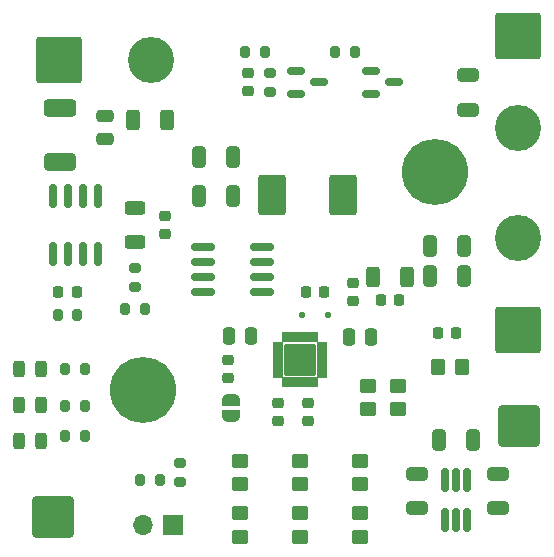
<source format=gts>
%TF.GenerationSoftware,KiCad,Pcbnew,8.0.2*%
%TF.CreationDate,2024-05-28T03:04:17+03:00*%
%TF.ProjectId,ups,7570732e-6b69-4636-9164-5f7063625858,rev?*%
%TF.SameCoordinates,Original*%
%TF.FileFunction,Soldermask,Top*%
%TF.FilePolarity,Negative*%
%FSLAX46Y46*%
G04 Gerber Fmt 4.6, Leading zero omitted, Abs format (unit mm)*
G04 Created by KiCad (PCBNEW 8.0.2) date 2024-05-28 03:04:17*
%MOMM*%
%LPD*%
G01*
G04 APERTURE LIST*
G04 Aperture macros list*
%AMRoundRect*
0 Rectangle with rounded corners*
0 $1 Rounding radius*
0 $2 $3 $4 $5 $6 $7 $8 $9 X,Y pos of 4 corners*
0 Add a 4 corners polygon primitive as box body*
4,1,4,$2,$3,$4,$5,$6,$7,$8,$9,$2,$3,0*
0 Add four circle primitives for the rounded corners*
1,1,$1+$1,$2,$3*
1,1,$1+$1,$4,$5*
1,1,$1+$1,$6,$7*
1,1,$1+$1,$8,$9*
0 Add four rect primitives between the rounded corners*
20,1,$1+$1,$2,$3,$4,$5,0*
20,1,$1+$1,$4,$5,$6,$7,0*
20,1,$1+$1,$6,$7,$8,$9,0*
20,1,$1+$1,$8,$9,$2,$3,0*%
%AMFreePoly0*
4,1,19,0.500000,-0.750000,0.000000,-0.750000,0.000000,-0.744911,-0.071157,-0.744911,-0.207708,-0.704816,-0.327430,-0.627875,-0.420627,-0.520320,-0.479746,-0.390866,-0.500000,-0.250000,-0.500000,0.250000,-0.479746,0.390866,-0.420627,0.520320,-0.327430,0.627875,-0.207708,0.704816,-0.071157,0.744911,0.000000,0.744911,0.000000,0.750000,0.500000,0.750000,0.500000,-0.750000,0.500000,-0.750000,
$1*%
%AMFreePoly1*
4,1,19,0.000000,0.744911,0.071157,0.744911,0.207708,0.704816,0.327430,0.627875,0.420627,0.520320,0.479746,0.390866,0.500000,0.250000,0.500000,-0.250000,0.479746,-0.390866,0.420627,-0.520320,0.327430,-0.627875,0.207708,-0.704816,0.071157,-0.744911,0.000000,-0.744911,0.000000,-0.750000,-0.500000,-0.750000,-0.500000,0.750000,0.000000,0.750000,0.000000,0.744911,0.000000,0.744911,
$1*%
G04 Aperture macros list end*
%ADD10RoundRect,0.150000X0.150000X-0.825000X0.150000X0.825000X-0.150000X0.825000X-0.150000X-0.825000X0*%
%ADD11RoundRect,0.200000X-0.200000X-0.275000X0.200000X-0.275000X0.200000X0.275000X-0.200000X0.275000X0*%
%ADD12RoundRect,0.250000X-0.325000X-0.650000X0.325000X-0.650000X0.325000X0.650000X-0.325000X0.650000X0*%
%ADD13RoundRect,0.250000X0.450000X-0.350000X0.450000X0.350000X-0.450000X0.350000X-0.450000X-0.350000X0*%
%ADD14RoundRect,0.162500X-0.162500X0.837500X-0.162500X-0.837500X0.162500X-0.837500X0.162500X0.837500X0*%
%ADD15RoundRect,0.250000X0.350000X0.450000X-0.350000X0.450000X-0.350000X-0.450000X0.350000X-0.450000X0*%
%ADD16RoundRect,0.250000X-0.650000X0.325000X-0.650000X-0.325000X0.650000X-0.325000X0.650000X0.325000X0*%
%ADD17RoundRect,0.250000X0.325000X0.650000X-0.325000X0.650000X-0.325000X-0.650000X0.325000X-0.650000X0*%
%ADD18RoundRect,0.250000X0.650000X-0.325000X0.650000X0.325000X-0.650000X0.325000X-0.650000X-0.325000X0*%
%ADD19RoundRect,0.250000X-0.625000X0.312500X-0.625000X-0.312500X0.625000X-0.312500X0.625000X0.312500X0*%
%ADD20RoundRect,0.225000X-0.250000X0.225000X-0.250000X-0.225000X0.250000X-0.225000X0.250000X0.225000X0*%
%ADD21RoundRect,0.225000X-0.225000X-0.250000X0.225000X-0.250000X0.225000X0.250000X-0.225000X0.250000X0*%
%ADD22C,5.600000*%
%ADD23RoundRect,0.200000X0.275000X-0.200000X0.275000X0.200000X-0.275000X0.200000X-0.275000X-0.200000X0*%
%ADD24RoundRect,0.243750X0.243750X0.456250X-0.243750X0.456250X-0.243750X-0.456250X0.243750X-0.456250X0*%
%ADD25RoundRect,0.250000X0.250000X0.475000X-0.250000X0.475000X-0.250000X-0.475000X0.250000X-0.475000X0*%
%ADD26RoundRect,0.225000X0.250000X-0.225000X0.250000X0.225000X-0.250000X0.225000X-0.250000X-0.225000X0*%
%ADD27RoundRect,0.235000X-0.940000X-1.465000X0.940000X-1.465000X0.940000X1.465000X-0.940000X1.465000X0*%
%ADD28RoundRect,0.225000X0.225000X0.250000X-0.225000X0.250000X-0.225000X-0.250000X0.225000X-0.250000X0*%
%ADD29RoundRect,0.200000X-0.275000X0.200000X-0.275000X-0.200000X0.275000X-0.200000X0.275000X0.200000X0*%
%ADD30RoundRect,0.250000X-0.250000X-0.475000X0.250000X-0.475000X0.250000X0.475000X-0.250000X0.475000X0*%
%ADD31RoundRect,0.125000X-0.125000X-0.125000X0.125000X-0.125000X0.125000X0.125000X-0.125000X0.125000X0*%
%ADD32RoundRect,0.250002X-1.499998X-1.499998X1.499998X-1.499998X1.499998X1.499998X-1.499998X1.499998X0*%
%ADD33RoundRect,0.250002X-1.699998X-1.699998X1.699998X-1.699998X1.699998X1.699998X-1.699998X1.699998X0*%
%ADD34C,3.900000*%
%ADD35RoundRect,0.102000X-1.225000X-1.225000X1.225000X-1.225000X1.225000X1.225000X-1.225000X1.225000X0*%
%ADD36RoundRect,0.011350X-0.215650X0.390650X-0.215650X-0.390650X0.215650X-0.390650X0.215650X0.390650X0*%
%ADD37RoundRect,0.011350X0.390650X0.215650X-0.390650X0.215650X-0.390650X-0.215650X0.390650X-0.215650X0*%
%ADD38RoundRect,0.011350X0.215650X-0.390650X0.215650X0.390650X-0.215650X0.390650X-0.215650X-0.390650X0*%
%ADD39RoundRect,0.011350X-0.390650X-0.215650X0.390650X-0.215650X0.390650X0.215650X-0.390650X0.215650X0*%
%ADD40RoundRect,0.250002X1.499998X1.499998X-1.499998X1.499998X-1.499998X-1.499998X1.499998X-1.499998X0*%
%ADD41RoundRect,0.250002X-1.699998X1.699998X-1.699998X-1.699998X1.699998X-1.699998X1.699998X1.699998X0*%
%ADD42RoundRect,0.150000X-0.587500X-0.150000X0.587500X-0.150000X0.587500X0.150000X-0.587500X0.150000X0*%
%ADD43RoundRect,0.250002X1.699998X-1.699998X1.699998X1.699998X-1.699998X1.699998X-1.699998X-1.699998X0*%
%ADD44RoundRect,0.250000X-0.450000X0.350000X-0.450000X-0.350000X0.450000X-0.350000X0.450000X0.350000X0*%
%ADD45RoundRect,0.250000X0.312500X0.625000X-0.312500X0.625000X-0.312500X-0.625000X0.312500X-0.625000X0*%
%ADD46RoundRect,0.250000X0.475000X-0.250000X0.475000X0.250000X-0.475000X0.250000X-0.475000X-0.250000X0*%
%ADD47RoundRect,0.327333X-1.059917X0.409167X-1.059917X-0.409167X1.059917X-0.409167X1.059917X0.409167X0*%
%ADD48RoundRect,0.327333X-1.030667X0.409167X-1.030667X-0.409167X1.030667X-0.409167X1.030667X0.409167X0*%
%ADD49R,1.700000X1.700000*%
%ADD50O,1.700000X1.700000*%
%ADD51RoundRect,0.250000X-0.312500X-0.625000X0.312500X-0.625000X0.312500X0.625000X-0.312500X0.625000X0*%
%ADD52FreePoly0,90.000000*%
%ADD53FreePoly1,90.000000*%
%ADD54RoundRect,0.150000X-0.825000X-0.150000X0.825000X-0.150000X0.825000X0.150000X-0.825000X0.150000X0*%
G04 APERTURE END LIST*
D10*
%TO.C,Q1*%
X89535000Y-65975000D03*
X90805000Y-65975000D03*
X92075000Y-65975000D03*
X93345000Y-65975000D03*
X93345000Y-61025000D03*
X92075000Y-61025000D03*
X90805000Y-61025000D03*
X89535000Y-61025000D03*
%TD*%
D11*
%TO.C,R15*%
X90615000Y-75695000D03*
X92265000Y-75695000D03*
%TD*%
%TO.C,R23*%
X96965000Y-85090000D03*
X98615000Y-85090000D03*
%TD*%
D12*
%TO.C,C10*%
X121461000Y-67818000D03*
X124411000Y-67818000D03*
%TD*%
D13*
%TO.C,R10*%
X105410000Y-89900000D03*
X105410000Y-87900000D03*
%TD*%
D14*
%TO.C,U2*%
X124648000Y-85090000D03*
X123698000Y-85090000D03*
X122748000Y-85090000D03*
X122748000Y-88510000D03*
X123698000Y-88510000D03*
X124648000Y-88510000D03*
%TD*%
D15*
%TO.C,R19*%
X124190000Y-75565000D03*
X122190000Y-75565000D03*
%TD*%
D16*
%TO.C,C1*%
X124714000Y-50849000D03*
X124714000Y-53799000D03*
%TD*%
D13*
%TO.C,R18*%
X115570000Y-85455000D03*
X115570000Y-83455000D03*
%TD*%
D17*
%TO.C,C3*%
X104853000Y-57737000D03*
X101903000Y-57737000D03*
%TD*%
D18*
%TO.C,C20*%
X120396000Y-87513000D03*
X120396000Y-84563000D03*
%TD*%
D19*
%TO.C,R2*%
X96520000Y-62037500D03*
X96520000Y-64962500D03*
%TD*%
D20*
%TO.C,C17*%
X108585000Y-78600000D03*
X108585000Y-80150000D03*
%TD*%
D11*
%TO.C,R8*%
X113475000Y-48895000D03*
X115125000Y-48895000D03*
%TD*%
D12*
%TO.C,C19*%
X122223000Y-81720000D03*
X125173000Y-81720000D03*
%TD*%
D21*
%TO.C,C9*%
X110985000Y-69215000D03*
X112535000Y-69215000D03*
%TD*%
D22*
%TO.C,H2*%
X121920000Y-59055000D03*
%TD*%
D20*
%TO.C,C4*%
X99060000Y-62725000D03*
X99060000Y-64275000D03*
%TD*%
D23*
%TO.C,R6*%
X96520000Y-68770000D03*
X96520000Y-67120000D03*
%TD*%
D24*
%TO.C,D2*%
X88567500Y-81780000D03*
X86692500Y-81780000D03*
%TD*%
D25*
%TO.C,C8*%
X106360000Y-72898000D03*
X104460000Y-72898000D03*
%TD*%
D18*
%TO.C,C15*%
X127254000Y-87513000D03*
X127254000Y-84563000D03*
%TD*%
D12*
%TO.C,C11*%
X121461000Y-65278000D03*
X124411000Y-65278000D03*
%TD*%
D26*
%TO.C,C13*%
X104394000Y-76467000D03*
X104394000Y-74917000D03*
%TD*%
D27*
%TO.C,L1*%
X108100000Y-60960000D03*
X114150000Y-60960000D03*
%TD*%
D28*
%TO.C,C14*%
X123711000Y-72644000D03*
X122161000Y-72644000D03*
%TD*%
D11*
%TO.C,R3*%
X89980000Y-71120000D03*
X91630000Y-71120000D03*
%TD*%
D29*
%TO.C,R22*%
X100330000Y-83630000D03*
X100330000Y-85280000D03*
%TD*%
D30*
%TO.C,C18*%
X114620000Y-73025000D03*
X116520000Y-73025000D03*
%TD*%
D26*
%TO.C,C16*%
X114935000Y-69990000D03*
X114935000Y-68440000D03*
%TD*%
D11*
%TO.C,R5*%
X105855000Y-48895000D03*
X107505000Y-48895000D03*
%TD*%
D31*
%TO.C,D1*%
X110660000Y-71120000D03*
X112860000Y-71120000D03*
%TD*%
D23*
%TO.C,R4*%
X107950000Y-52260000D03*
X107950000Y-50610000D03*
%TD*%
D32*
%TO.C,J6*%
X129032000Y-80518000D03*
%TD*%
D21*
%TO.C,C5*%
X90030000Y-69215000D03*
X91580000Y-69215000D03*
%TD*%
D33*
%TO.C,J1*%
X90080000Y-49530000D03*
D34*
X97880000Y-49530000D03*
%TD*%
D13*
%TO.C,R11*%
X110490000Y-89900000D03*
X110490000Y-87900000D03*
%TD*%
D17*
%TO.C,C2*%
X104853000Y-61087000D03*
X101903000Y-61087000D03*
%TD*%
D13*
%TO.C,R16*%
X105410000Y-85455000D03*
X105410000Y-83455000D03*
%TD*%
D26*
%TO.C,C7*%
X106045000Y-52210000D03*
X106045000Y-50660000D03*
%TD*%
D13*
%TO.C,R12*%
X115570000Y-89900000D03*
X115570000Y-87900000D03*
%TD*%
D35*
%TO.C,U1*%
X110490000Y-74930000D03*
D36*
X109240000Y-73030000D03*
X109740000Y-73030000D03*
X110240000Y-73030000D03*
X110740000Y-73030000D03*
X111240000Y-73030000D03*
X111740000Y-73030000D03*
D37*
X112390000Y-73680000D03*
X112390000Y-74180000D03*
X112390000Y-74680000D03*
X112390000Y-75180000D03*
X112390000Y-75680000D03*
X112390000Y-76180000D03*
D38*
X111740000Y-76830000D03*
X111240000Y-76830000D03*
X110740000Y-76830000D03*
X110240000Y-76830000D03*
X109740000Y-76830000D03*
X109240000Y-76830000D03*
D39*
X108590000Y-76180000D03*
X108590000Y-75680000D03*
X108590000Y-75180000D03*
X108590000Y-74680000D03*
X108590000Y-74180000D03*
X108590000Y-73680000D03*
%TD*%
D22*
%TO.C,H1*%
X97155000Y-77470000D03*
%TD*%
D40*
%TO.C,J4*%
X89535000Y-88265000D03*
%TD*%
D41*
%TO.C,J2*%
X128905000Y-47535000D03*
D34*
X128905000Y-55335000D03*
%TD*%
D13*
%TO.C,R17*%
X110490000Y-85455000D03*
X110490000Y-83455000D03*
%TD*%
D42*
%TO.C,Q3*%
X116537500Y-50485000D03*
X116537500Y-52385000D03*
X118412500Y-51435000D03*
%TD*%
D24*
%TO.C,D4*%
X88567500Y-75700000D03*
X86692500Y-75700000D03*
%TD*%
D11*
%TO.C,R1*%
X95695000Y-70612000D03*
X97345000Y-70612000D03*
%TD*%
D43*
%TO.C,J3*%
X128905000Y-72390000D03*
D34*
X128905000Y-64590000D03*
%TD*%
D44*
%TO.C,R20*%
X118745000Y-77105000D03*
X118745000Y-79105000D03*
%TD*%
D20*
%TO.C,C21*%
X111125000Y-78600000D03*
X111125000Y-80150000D03*
%TD*%
D44*
%TO.C,R21*%
X116205000Y-77105000D03*
X116205000Y-79105000D03*
%TD*%
D45*
%TO.C,R7*%
X99252500Y-54610000D03*
X96327500Y-54610000D03*
%TD*%
D46*
%TO.C,C6*%
X93980000Y-56195000D03*
X93980000Y-54295000D03*
%TD*%
D47*
%TO.C,F1*%
X90170000Y-53568500D03*
D48*
X90170000Y-58191500D03*
%TD*%
D49*
%TO.C,J5*%
X99700000Y-88900000D03*
D50*
X97160000Y-88900000D03*
%TD*%
D24*
%TO.C,D3*%
X88567500Y-78740000D03*
X86692500Y-78740000D03*
%TD*%
D51*
%TO.C,R9*%
X116647500Y-67945000D03*
X119572500Y-67945000D03*
%TD*%
D21*
%TO.C,C12*%
X117335000Y-69850000D03*
X118885000Y-69850000D03*
%TD*%
D52*
%TO.C,JP1*%
X104648000Y-79644000D03*
D53*
X104648000Y-78344000D03*
%TD*%
D54*
%TO.C,Q4*%
X102300000Y-65405000D03*
X102300000Y-66675000D03*
X102300000Y-67945000D03*
X102300000Y-69215000D03*
X107250000Y-69215000D03*
X107250000Y-67945000D03*
X107250000Y-66675000D03*
X107250000Y-65405000D03*
%TD*%
D11*
%TO.C,R14*%
X90615000Y-78870000D03*
X92265000Y-78870000D03*
%TD*%
%TO.C,R13*%
X90615000Y-81410000D03*
X92265000Y-81410000D03*
%TD*%
D42*
%TO.C,Q2*%
X110187500Y-50485000D03*
X110187500Y-52385000D03*
X112062500Y-51435000D03*
%TD*%
M02*

</source>
